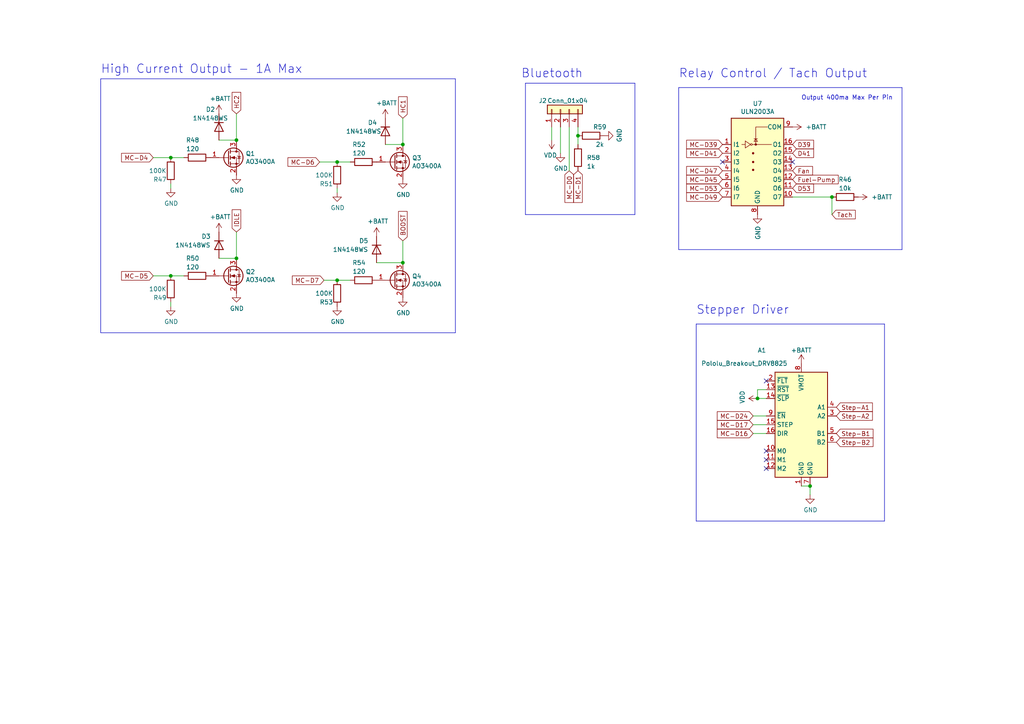
<source format=kicad_sch>
(kicad_sch (version 20230121) (generator eeschema)
  (paper "A4")
  (title_block (title "Pre-Ignition X4") (date "2022-10-1") (rev "MX4B-2") (company "DetonationEMS") (comment 1 "detonationems.com"))
  (lib_symbols
    (symbol "Connector_Generic:Conn_01x04" (pin_names (offset 1.016) hide)
      (property "Reference" "J" (at 0 5.08 0))
      (property "Value" "Conn_01x04" (at 0 -7.62 0))
      (symbol "Conn_01x04_1_1"
        (rectangle (start -1.27 -4.953) (end 0 -5.207) (stroke (width 0.1524)))
        (rectangle (start -1.27 -2.413) (end 0 -2.667) (stroke (width 0.1524)))
        (rectangle (start -1.27 0.127) (end 0 -0.127) (stroke (width 0.1524)))
        (rectangle (start -1.27 2.667) (end 0 2.413) (stroke (width 0.1524)))
        (rectangle (start -1.27 3.81) (end 1.27 -6.35) (stroke (width 0.254)) (fill (type background)))
        (pin passive line (at -5.08 2.54 0) (length 3.81) (name "Pin_1") (number "1"))
        (pin passive line (at -5.08 0 0) (length 3.81) (name "Pin_2") (number "2"))
        (pin passive line (at -5.08 -2.54 0) (length 3.81) (name "Pin_3") (number "3"))
        (pin passive line (at -5.08 -5.08 0) (length 3.81) (name "Pin_4") (number "4"))
      )
    )
    (symbol "Device:R" (pin_numbers hide) (pin_names (offset 0))
      (property "Reference" "R" (at 2.032 0 90))
      (property "Value" "R" (at 0 0 90))
      (symbol "R_0_1"
        (rectangle (start -1.016 -2.54) (end 1.016 2.54) (stroke (width 0.254)))
      )
      (symbol "R_1_1"
        (pin passive line (at 0 3.81 270) (length 1.27) (name "~") (number "1"))
        (pin passive line (at 0 -3.81 90) (length 1.27) (name "~") (number "2"))
      )
    )
    (symbol "Diode:1N4148WS" (pin_numbers hide) (pin_names (offset 1.016) hide)
      (property "Reference" "D" (at 0 2.54 0))
      (property "Value" "1N4148WS" (at 0 -2.54 0))
      (symbol "1N4148WS_0_1"
        (polyline (pts (xy -1.27 1.27) (xy -1.27 -1.27)) (stroke (width 0.254)))
        (polyline (pts (xy 1.27 0) (xy -1.27 0)))
        (polyline (pts (xy 1.27 1.27) (xy 1.27 -1.27) (xy -1.27 0) (xy 1.27 1.27)) (stroke (width 0.254)))
      )
      (symbol "1N4148WS_1_1"
        (pin passive line (at -3.81 0 0) (length 2.54) (name "K") (number "1"))
        (pin passive line (at 3.81 0 180) (length 2.54) (name "A") (number "2"))
      )
    )
    (symbol "Driver_Motor:Pololu_Breakout_DRV8825"
      (property "Reference" "A" (at -2.54 16.51 0))
      (property "Value" "Pololu_Breakout_DRV8825" (at -2.54 13.97 0))
      (symbol "Pololu_Breakout_DRV8825_0_1"
        (rectangle (start 7.62 -17.78) (end -7.62 12.7) (stroke (width 0.254)) (fill (type background)))
      )
      (symbol "Pololu_Breakout_DRV8825_1_1"
        (pin power_in line (at 0 -20.32 90) (length 2.54) (name "GND") (number "1"))
        (pin input line (at -10.16 -10.16 0) (length 2.54) (name "M0") (number "10"))
        (pin input line (at -10.16 -12.7 0) (length 2.54) (name "M1") (number "11"))
        (pin input line (at -10.16 -15.24 0) (length 2.54) (name "M2") (number "12"))
        (pin input line (at -10.16 7.62 0) (length 2.54) (name "~{RST}") (number "13"))
        (pin input line (at -10.16 5.08 0) (length 2.54) (name "~{SLP}") (number "14"))
        (pin input line (at -10.16 -2.54 0) (length 2.54) (name "STEP") (number "15"))
        (pin input line (at -10.16 -5.08 0) (length 2.54) (name "DIR") (number "16"))
        (pin output line (at -10.16 10.16 0) (length 2.54) (name "~{FLT}") (number "2"))
        (pin output line (at 10.16 0 180) (length 2.54) (name "A2") (number "3"))
        (pin output line (at 10.16 2.54 180) (length 2.54) (name "A1") (number "4"))
        (pin output line (at 10.16 -5.08 180) (length 2.54) (name "B1") (number "5"))
        (pin output line (at 10.16 -7.62 180) (length 2.54) (name "B2") (number "6"))
        (pin power_in line (at 2.54 -20.32 90) (length 2.54) (name "GND") (number "7"))
        (pin power_in line (at 0 15.24 270) (length 2.54) (name "VMOT") (number "8"))
        (pin input line (at -10.16 0 0) (length 2.54) (name "~{EN}") (number "9"))
      )
    )
    (symbol "Transistor_Array:ULN2003A"
      (property "Reference" "U" (at 0 15.875 0))
      (property "Value" "ULN2003A" (at 0 13.97 0))
      (symbol "ULN2003A_0_1"
        (rectangle (start -7.62 -12.7) (end 7.62 12.7) (stroke (width 0.254)) (fill (type background)))
        (circle (center -1.778 5.08) (radius 0.254))
        (circle (center -1.27 -2.286) (radius 0.254) (fill (type outline)))
        (circle (center -1.27 0) (radius 0.254) (fill (type outline)))
        (circle (center -1.27 2.54) (radius 0.254) (fill (type outline)))
        (circle (center -0.508 5.08) (radius 0.254) (fill (type outline)))
        (polyline (pts (xy -4.572 5.08) (xy -3.556 5.08)))
        (polyline (pts (xy -1.524 5.08) (xy 4.064 5.08)))
        (polyline (pts (xy 0 6.731) (xy -1.016 6.731)))
        (polyline (pts (xy -0.508 5.08) (xy -0.508 10.16) (xy 2.921 10.16)))
        (polyline (pts (xy -3.556 6.096) (xy -3.556 4.064) (xy -2.032 5.08) (xy -3.556 6.096)))
        (polyline (pts (xy 0 5.969) (xy -1.016 5.969) (xy -0.508 6.731) (xy 0 5.969)))
      )
      (symbol "ULN2003A_1_1"
        (pin input line (at -10.16 5.08 0) (length 2.54) (name "I1") (number "1"))
        (pin open_collector line (at 10.16 -10.16 180) (length 2.54) (name "O7") (number "10"))
        (pin open_collector line (at 10.16 -7.62 180) (length 2.54) (name "O6") (number "11"))
        (pin open_collector line (at 10.16 -5.08 180) (length 2.54) (name "O5") (number "12"))
        (pin open_collector line (at 10.16 -2.54 180) (length 2.54) (name "O4") (number "13"))
        (pin open_collector line (at 10.16 0 180) (length 2.54) (name "O3") (number "14"))
        (pin open_collector line (at 10.16 2.54 180) (length 2.54) (name "O2") (number "15"))
        (pin open_collector line (at 10.16 5.08 180) (length 2.54) (name "O1") (number "16"))
        (pin input line (at -10.16 2.54 0) (length 2.54) (name "I2") (number "2"))
        (pin input line (at -10.16 0 0) (length 2.54) (name "I3") (number "3"))
        (pin input line (at -10.16 -2.54 0) (length 2.54) (name "I4") (number "4"))
        (pin input line (at -10.16 -5.08 0) (length 2.54) (name "I5") (number "5"))
        (pin input line (at -10.16 -7.62 0) (length 2.54) (name "I6") (number "6"))
        (pin input line (at -10.16 -10.16 0) (length 2.54) (name "I7") (number "7"))
        (pin power_in line (at 0 -15.24 90) (length 2.54) (name "GND") (number "8"))
        (pin passive line (at 10.16 10.16 180) (length 2.54) (name "COM") (number "9"))
      )
    )
    (symbol "Transistor_FET:AO3400A" (pin_names hide)
      (property "Reference" "Q" (at 5.08 1.905 0))
      (property "Value" "AO3400A" (at 5.08 0 0))
      (symbol "AO3400A_0_1"
        (polyline (pts (xy 0.254 0) (xy -2.54 0)))
        (polyline (pts (xy 0.254 1.905) (xy 0.254 -1.905)) (stroke (width 0.254)))
        (polyline (pts (xy 0.762 -1.27) (xy 0.762 -2.286)) (stroke (width 0.254)))
        (polyline (pts (xy 0.762 0.508) (xy 0.762 -0.508)) (stroke (width 0.254)))
        (polyline (pts (xy 0.762 2.286) (xy 0.762 1.27)) (stroke (width 0.254)))
        (polyline (pts (xy 2.54 2.54) (xy 2.54 1.778)))
        (polyline (pts (xy 2.54 -2.54) (xy 2.54 0) (xy 0.762 0)))
        (polyline (pts (xy 0.762 -1.778) (xy 3.302 -1.778) (xy 3.302 1.778) (xy 0.762 1.778)))
        (polyline (pts (xy 1.016 0) (xy 2.032 0.381) (xy 2.032 -0.381) (xy 1.016 0)) (fill (type outline)))
        (polyline (pts (xy 2.794 0.508) (xy 2.921 0.381) (xy 3.683 0.381) (xy 3.81 0.254)))
        (polyline (pts (xy 3.302 0.381) (xy 2.921 -0.254) (xy 3.683 -0.254) (xy 3.302 0.381)))
        (circle (center 1.651 0) (radius 2.794) (stroke (width 0.254)))
        (circle (center 2.54 -1.778) (radius 0.254) (fill (type outline)))
        (circle (center 2.54 1.778) (radius 0.254) (fill (type outline)))
      )
      (symbol "AO3400A_1_1"
        (pin input line (at -5.08 0 0) (length 2.54) (name "G") (number "1"))
        (pin passive line (at 2.54 -5.08 90) (length 2.54) (name "S") (number "2"))
        (pin passive line (at 2.54 5.08 270) (length 2.54) (name "D") (number "3"))
      )
    )
    (symbol "power:+BATT" (power) (pin_names (offset 0))
      (property "Value" "+BATT" (at 0 3.556 0))
      (symbol "+BATT_0_1"
        (polyline (pts (xy -0.762 1.27) (xy 0 2.54)))
        (polyline (pts (xy 0 0) (xy 0 2.54)))
        (polyline (pts (xy 0 2.54) (xy 0.762 1.27)))
      )
      (symbol "+BATT_1_1"
        (pin power_in line (at 0 0 90) (length 0) hide (name "+BATT") (number "1"))
      )
    )
    (symbol "power:GND" (power) (pin_names (offset 0))
      (property "Value" "GND" (at 0 -3.81 0))
      (symbol "GND_0_1"
        (polyline (pts (xy 0 0) (xy 0 -1.27) (xy 1.27 -1.27) (xy 0 -2.54) (xy -1.27 -1.27) (xy 0 -1.27)))
      )
      (symbol "GND_1_1"
        (pin power_in line (at 0 0 270) (length 0) hide (name "GND") (number "1"))
      )
    )
    (symbol "power:VDD" (power) (pin_names (offset 0))
      (property "Value" "VDD" (at 0 3.81 0))
      (symbol "VDD_0_1"
        (polyline (pts (xy -0.762 1.27) (xy 0 2.54)))
        (polyline (pts (xy 0 0) (xy 0 2.54)))
        (polyline (pts (xy 0 2.54) (xy 0.762 1.27)))
      )
      (symbol "VDD_1_1"
        (pin power_in line (at 0 0 90) (length 0) hide (name "VDD") (number "1"))
      )
    )
  )
  (junction (at 97.79 46.99))
  (junction (at 68.58 40.64))
  (junction (at 97.79 81.28))
  (junction (at 167.64 39.37))
  (junction (at 116.84 76.2))
  (junction (at 116.84 41.91))
  (junction (at 49.53 45.72))
  (junction (at 49.53 80.01))
  (junction (at 68.58 74.93))
  (junction (at 241.3 57.15))
  (junction (at 234.95 140.97))
  (junction (at 219.71 115.57))
  (no_connect (at 229.87 46.99))
  (no_connect (at 222.25 130.81))
  (no_connect (at 222.25 133.35))
  (no_connect (at 209.55 46.99))
  (no_connect (at 222.25 110.49))
  (no_connect (at 222.25 135.89))
  (polyline (pts (xy 261.62 25.4) (xy 196.85 25.4)))
  (wire (pts (xy 167.64 41.91) (xy 167.64 39.37)))
  (wire (pts (xy 68.58 33.02) (xy 68.58 40.64)))
  (wire (pts (xy 162.56 36.83) (xy 162.56 44.45)))
  (polyline (pts (xy 152.4 24.13) (xy 152.4 62.23)))
  (wire (pts (xy 97.79 55.88) (xy 97.79 54.61)))
  (wire (pts (xy 63.5 40.64) (xy 68.58 40.64)))
  (wire (pts (xy 49.53 88.9) (xy 49.53 87.63)))
  (wire (pts (xy 116.84 69.85) (xy 116.84 76.2)))
  (polyline (pts (xy 184.15 24.13) (xy 152.4 24.13)))
  (wire (pts (xy 53.34 80.01) (xy 49.53 80.01)))
  (wire (pts (xy 222.25 123.19) (xy 218.44 123.19)))
  (wire (pts (xy 109.22 76.2) (xy 116.84 76.2)))
  (wire (pts (xy 53.34 45.72) (xy 49.53 45.72)))
  (polyline (pts (xy 256.54 93.98) (xy 201.93 93.98)))
  (wire (pts (xy 218.44 120.65) (xy 222.25 120.65)))
  (wire (pts (xy 97.79 46.99) (xy 92.71 46.99)))
  (polyline (pts (xy 132.08 22.86) (xy 132.08 96.52)))
  (wire (pts (xy 165.1 36.83) (xy 165.1 49.53)))
  (polyline (pts (xy 201.93 93.98) (xy 201.93 151.13)))
  (polyline (pts (xy 29.21 22.86) (xy 132.08 22.86)))
  (wire (pts (xy 222.25 113.03) (xy 219.71 113.03)))
  (wire (pts (xy 232.41 140.97) (xy 234.95 140.97)))
  (wire (pts (xy 234.95 140.97) (xy 234.95 143.51)))
  (wire (pts (xy 241.3 57.15) (xy 229.87 57.15)))
  (wire (pts (xy 49.53 80.01) (xy 44.45 80.01)))
  (wire (pts (xy 219.71 115.57) (xy 222.25 115.57)))
  (wire (pts (xy 49.53 54.61) (xy 49.53 53.34)))
  (polyline (pts (xy 256.54 151.13) (xy 256.54 93.98)))
  (wire (pts (xy 111.76 41.91) (xy 116.84 41.91)))
  (polyline (pts (xy 201.93 151.13) (xy 256.54 151.13)))
  (wire (pts (xy 97.79 81.28) (xy 93.98 81.28)))
  (wire (pts (xy 49.53 45.72) (xy 44.45 45.72)))
  (polyline (pts (xy 152.4 62.23) (xy 184.15 62.23)))
  (polyline (pts (xy 132.08 96.52) (xy 29.21 96.52)))
  (wire (pts (xy 160.02 36.83) (xy 160.02 40.64)))
  (wire (pts (xy 116.84 34.29) (xy 116.84 41.91)))
  (wire (pts (xy 218.44 125.73) (xy 222.25 125.73)))
  (polyline (pts (xy 196.85 25.4) (xy 196.85 72.39)))
  (polyline (pts (xy 196.85 72.39) (xy 261.62 72.39)))
  (wire (pts (xy 241.3 62.23) (xy 241.3 57.15)))
  (polyline (pts (xy 261.62 72.39) (xy 261.62 25.4)))
  (wire (pts (xy 219.71 113.03) (xy 219.71 115.57)))
  (wire (pts (xy 101.6 46.99) (xy 97.79 46.99)))
  (polyline (pts (xy 184.15 62.23) (xy 184.15 24.13)))
  (wire (pts (xy 101.6 81.28) (xy 97.79 81.28)))
  (wire (pts (xy 68.58 67.31) (xy 68.58 74.93)))
  (wire (pts (xy 167.64 39.37) (xy 167.64 36.83)))
  (polyline (pts (xy 29.21 96.52) (xy 29.21 22.86)))
  (wire (pts (xy 68.58 74.93) (xy 63.5 74.93)))
  (text "Bluetooth" (at 151.13 22.86 0) (effects (font (size 2.4892 2.4892)) (justify left bottom)))
  (text "High Current Output - 1A Max" (at 29.21 21.59 0) (effects (font (size 2.4892 2.4892)) (justify left bottom)))
  (text "Relay Control / Tach Output" (at 196.85 22.86 0) (effects (font (size 2.4892 2.4892)) (justify left bottom)))
  (text "Stepper Driver" (at 201.93 91.44 0) (effects (font (size 2.4892 2.4892)) (justify left bottom)))
  (text "Output 400ma Max Per Pin" (at 232.41 29.21 0) (effects (font (size 1.27 1.27)) (justify left bottom)))
  (global_label "Step-B1" (shape input) (at 242.57 125.73 0) (property "Intersheetrefs" "${INTERSHEET_REFS}" (effects hide)))
  (global_label "Step-A1" (shape input) (at 242.57 118.11 0) (property "Intersheetrefs" "${INTERSHEET_REFS}" (effects hide)))
  (global_label "MC-D47" (shape input) (at 209.55 49.53 180) (property "Intersheetrefs" "${INTERSHEET_REFS}" (effects hide)))
  (global_label "D53" (shape input) (at 229.87 54.61 0) (property "Intersheetrefs" "${INTERSHEET_REFS}" (effects hide)))
  (global_label "MC-D4" (shape input) (at 44.45 45.72 180) (property "Intersheetrefs" "${INTERSHEET_REFS}" (effects hide)))
  (global_label "MC-D53" (shape input) (at 209.55 54.61 180) (property "Intersheetrefs" "${INTERSHEET_REFS}" (effects hide)))
  (global_label "MC-D39" (shape input) (at 209.55 41.91 180) (property "Intersheetrefs" "${INTERSHEET_REFS}" (effects hide)))
  (global_label "MC-D16" (shape input) (at 218.44 125.73 180) (property "Intersheetrefs" "${INTERSHEET_REFS}" (effects hide)))
  (global_label "Step-B2" (shape input) (at 242.57 128.27 0) (property "Intersheetrefs" "${INTERSHEET_REFS}" (effects hide)))
  (global_label "MC-D17" (shape input) (at 218.44 123.19 180) (property "Intersheetrefs" "${INTERSHEET_REFS}" (effects hide)))
  (global_label "MC-D49" (shape input) (at 209.55 57.15 180) (property "Intersheetrefs" "${INTERSHEET_REFS}" (effects hide)))
  (global_label "MC-D5" (shape input) (at 44.45 80.01 180) (property "Intersheetrefs" "${INTERSHEET_REFS}" (effects hide)))
  (global_label "MC-D45" (shape input) (at 209.55 52.07 180) (property "Intersheetrefs" "${INTERSHEET_REFS}" (effects hide)))
  (global_label "Step-A2" (shape input) (at 242.57 120.65 0) (property "Intersheetrefs" "${INTERSHEET_REFS}" (effects hide)))
  (global_label "HC2" (shape input) (at 68.58 33.02 90) (property "Intersheetrefs" "${INTERSHEET_REFS}" (effects hide)))
  (global_label "Fan" (shape input) (at 229.87 49.53 0) (property "Intersheetrefs" "${INTERSHEET_REFS}" (effects hide)))
  (global_label "HC1" (shape input) (at 116.84 34.29 90) (property "Intersheetrefs" "${INTERSHEET_REFS}" (effects hide)))
  (global_label "IDLE" (shape input) (at 68.58 67.31 90) (property "Intersheetrefs" "${INTERSHEET_REFS}" (effects hide)))
  (global_label "MC-D0" (shape input) (at 165.1 49.53 270) (property "Intersheetrefs" "${INTERSHEET_REFS}" (effects hide)))
  (global_label "MC-D41" (shape input) (at 209.55 44.45 180) (property "Intersheetrefs" "${INTERSHEET_REFS}" (effects hide)))
  (global_label "BOOST" (shape input) (at 116.84 69.85 90) (property "Intersheetrefs" "${INTERSHEET_REFS}" (effects hide)))
  (global_label "D39" (shape input) (at 229.87 41.91 0) (property "Intersheetrefs" "${INTERSHEET_REFS}" (effects hide)))
  (global_label "D41" (shape input) (at 229.87 44.45 0) (property "Intersheetrefs" "${INTERSHEET_REFS}" (effects hide)))
  (global_label "Tach" (shape input) (at 241.3 62.23 0) (property "Intersheetrefs" "${INTERSHEET_REFS}" (effects hide)))
  (global_label "Fuel-Pump" (shape input) (at 229.87 52.07 0) (property "Intersheetrefs" "${INTERSHEET_REFS}" (effects hide)))
  (global_label "MC-D6" (shape input) (at 92.71 46.99 180) (property "Intersheetrefs" "${INTERSHEET_REFS}" (effects hide)))
  (global_label "MC-D1" (shape input) (at 167.64 49.53 270) (property "Intersheetrefs" "${INTERSHEET_REFS}" (effects hide)))
  (global_label "MC-D7" (shape input) (at 93.98 81.28 180) (property "Intersheetrefs" "${INTERSHEET_REFS}" (effects hide)))
  (global_label "MC-D24" (shape input) (at 218.44 120.65 180) (property "Intersheetrefs" "${INTERSHEET_REFS}" (effects hide)))
  (symbol (lib_id "Transistor_Array:ULN2003A") (at 219.71 46.99 0) (unit 1)
    (property "Reference" "U7" (at 219.71 30.0482 0))
    (property "Value" "ULN2003A" (at 219.71 32.3596 0))
    (property "Footprint" "Package_SO:SOIC-16_3.9x9.9mm_P1.27mm" (effects hide))
    (property "Datasheet" "http://www.ti.com/lit/ds/symlink/uln2003a.pdf" (effects hide))
    (property "JLC" "C7512 " (effects hide))
    (property "LCSC" "C7512 " (effects hide))
  )
  (symbol (lib_id "power:+BATT") (at 229.87 36.83 270) (unit 1)
    (property "Reference" "#PWR0143" (effects hide))
    (property "Value" "+BATT" (at 233.68 36.83 90) (effects (justify left)))
  )
  (symbol (lib_id "power:GND") (at 219.71 62.23 0) (unit 1)
    (property "Reference" "#PWR0144" (effects hide))
    (property "Value" "GND" (at 219.837 65.4812 90) (effects (justify right)))
  )
  (symbol (lib_id "power:VDD") (at 219.71 115.57 90) (unit 1)
    (property "Reference" "#PWR0161" (effects hide))
    (property "Value" "VDD" (at 215.3158 115.189 0))
  )
  (symbol (lib_id "Transistor_FET:AO3400A") (at 114.3 81.28 0) (unit 1)
    (property "Reference" "Q4" (at 119.507 80.1116 0) (effects (justify left)))
    (property "Value" "AO3400A" (at 119.507 82.423 0) (effects (justify left)))
    (property "Footprint" "Package_TO_SOT_SMD:SOT-23" (effects hide))
    (property "Datasheet" "http://www.aosmd.com/pdfs/datasheet/AO3400A.pdf" (effects hide))
    (property "JLC" "C20917" (effects hide))
    (property "LCSC" "C20917" (effects hide))
  )
  (symbol (lib_id "Diode:1N4148WS") (at 109.22 72.39 270) (unit 1)
    (property "Reference" "D5" (at 104.14 69.85 90) (effects (justify left)))
    (property "Value" "1N4148WS" (at 96.52 72.39 90) (effects (justify left)))
    (property "Footprint" "Diode_SMD:D_SOD-323F" (effects hide))
    (property "JLC" "C2128" (effects hide))
    (property "LCSC" "C2128" (effects hide))
  )
  (symbol (lib_id "power:GND") (at 97.79 88.9 0) (unit 1)
    (property "Reference" "#PWR032" (effects hide))
    (property "Value" "GND" (at 97.917 93.2942 0))
  )
  (symbol (lib_id "Device:R") (at 97.79 85.09 180) (unit 1)
    (property "Reference" "R53" (at 92.71 87.63 0) (effects (justify right)))
    (property "Value" "100K" (at 91.44 85.09 0) (effects (justify right)))
    (property "Footprint" "Resistor_SMD:R_0603_1608Metric" (effects hide))
    (property "LCSC" "C25803" (effects hide))
  )
  (symbol (lib_id "Device:R") (at 105.41 81.28 270) (unit 1)
    (property "Reference" "R54" (at 104.14 76.2 90))
    (property "Value" "120" (at 104.14 78.74 90))
    (property "Footprint" "Resistor_SMD:R_0603_1608Metric" (effects hide))
    (property "LCSC" "C22787" (effects hide))
  )
  (symbol (lib_id "power:GND") (at 116.84 86.36 0) (unit 1)
    (property "Reference" "#PWR034" (effects hide))
    (property "Value" "GND" (at 116.967 90.7542 0))
  )
  (symbol (lib_id "Diode:1N4148WS") (at 111.76 38.1 270) (unit 1)
    (property "Reference" "D4" (at 106.68 35.56 90) (effects (justify left)))
    (property "Value" "1N4148WS" (at 100.33 38.1 90) (effects (justify left)))
    (property "Footprint" "Diode_SMD:D_SOD-323F" (effects hide))
    (property "Datasheet" "https://www.vishay.com/docs/85751/1n4148ws.pdf" (effects hide))
    (property "JLC" "C2128" (effects hide))
    (property "LCSC" "C2128" (effects hide))
  )
  (symbol (lib_id "power:+BATT") (at 111.76 34.29 0) (unit 1)
    (property "Reference" "#PWR030" (effects hide))
    (property "Value" "+BATT" (at 112.141 29.8958 0))
  )
  (symbol (lib_id "Diode:1N4148WS") (at 63.5 36.83 270) (unit 1)
    (property "Reference" "D2" (at 59.69 31.75 90) (effects (justify left)))
    (property "Value" "1N4148WS" (at 55.88 34.29 90) (effects (justify left)))
    (property "Footprint" "Diode_SMD:D_SOD-323F" (effects hide))
    (property "Datasheet" "https://www.vishay.com/docs/85751/1n4148ws.pdf" (effects hide))
    (property "JLC" "C2128" (effects hide))
    (property "LCSC" "C2128" (effects hide))
  )
  (symbol (lib_id "power:+BATT") (at 63.5 33.02 0) (unit 1)
    (property "Reference" "#PWR03" (effects hide))
    (property "Value" "+BATT" (at 63.881 28.6258 0))
  )
  (symbol (lib_id "Diode:1N4148WS") (at 63.5 71.12 270) (unit 1)
    (property "Reference" "D3" (at 58.42 68.58 90) (effects (justify left)))
    (property "Value" "1N4148WS" (at 50.8 71.12 90) (effects (justify left)))
    (property "Footprint" "Diode_SMD:D_SOD-323F" (effects hide))
    (property "Datasheet" "https://www.vishay.com/docs/85751/1n4148ws.pdf" (effects hide))
    (property "JLC" "C2128" (effects hide))
    (property "LCSC" "C2128" (effects hide))
  )
  (symbol (lib_id "power:+BATT") (at 63.5 67.31 0) (unit 1)
    (property "Reference" "#PWR027" (effects hide))
    (property "Value" "+BATT" (at 63.881 62.9158 0))
  )
  (symbol (lib_id "power:+BATT") (at 109.22 68.58 0) (unit 1)
    (property "Reference" "#PWR033" (effects hide))
    (property "Value" "+BATT" (at 109.601 64.1858 0))
  )
  (symbol (lib_id "Transistor_FET:AO3400A") (at 114.3 46.99 0) (unit 1)
    (property "Reference" "Q3" (at 119.507 45.8216 0) (effects (justify left)))
    (property "Value" "AO3400A" (at 119.507 48.133 0) (effects (justify left)))
    (property "Footprint" "Package_TO_SOT_SMD:SOT-23" (effects hide))
    (property "Datasheet" "http://www.aosmd.com/pdfs/datasheet/AO3400A.pdf" (effects hide))
    (property "JLC" "C20917" (effects hide))
    (property "LCSC" "C20917" (effects hide))
  )
  (symbol (lib_id "power:GND") (at 97.79 55.88 0) (unit 1)
    (property "Reference" "#PWR029" (effects hide))
    (property "Value" "GND" (at 97.917 60.2742 0))
  )
  (symbol (lib_id "Device:R") (at 97.79 50.8 180) (unit 1)
    (property "Reference" "R51" (at 92.71 53.34 0) (effects (justify right)))
    (property "Value" "100K" (at 91.44 50.8 0) (effects (justify right)))
    (property "Footprint" "Resistor_SMD:R_0603_1608Metric" (effects hide))
    (property "LCSC" "C25803" (effects hide))
  )
  (symbol (lib_id "Device:R") (at 105.41 46.99 270) (unit 1)
    (property "Reference" "R52" (at 104.14 41.91 90))
    (property "Value" "120" (at 104.14 44.45 90))
    (property "Footprint" "Resistor_SMD:R_0603_1608Metric" (effects hide))
    (property "LCSC" "C22787" (effects hide))
  )
  (symbol (lib_id "power:GND") (at 116.84 52.07 0) (unit 1)
    (property "Reference" "#PWR031" (effects hide))
    (property "Value" "GND" (at 116.967 56.4642 0))
  )
  (symbol (lib_id "Transistor_FET:AO3400A") (at 66.04 45.72 0) (unit 1)
    (property "Reference" "Q1" (at 71.247 44.5516 0) (effects (justify left)))
    (property "Value" "AO3400A" (at 71.247 46.863 0) (effects (justify left)))
    (property "Footprint" "Package_TO_SOT_SMD:SOT-23" (effects hide))
    (property "Datasheet" "http://www.aosmd.com/pdfs/datasheet/AO3400A.pdf" (effects hide))
    (property "JLC" "C20917" (effects hide))
    (property "LCSC" "C20917" (effects hide))
  )
  (symbol (lib_id "power:GND") (at 49.53 54.61 0) (unit 1)
    (property "Reference" "#PWR02" (effects hide))
    (property "Value" "GND" (at 49.657 59.0042 0))
  )
  (symbol (lib_id "Device:R") (at 49.53 49.53 180) (unit 1)
    (property "Reference" "R47" (at 44.45 52.07 0) (effects (justify right)))
    (property "Value" "100K" (at 43.18 49.53 0) (effects (justify right)))
    (property "Footprint" "Resistor_SMD:R_0603_1608Metric" (effects hide))
    (property "LCSC" "C25803" (effects hide))
  )
  (symbol (lib_id "Device:R") (at 57.15 45.72 270) (unit 1)
    (property "Reference" "R48" (at 55.88 40.64 90))
    (property "Value" "120" (at 55.88 43.18 90))
    (property "Footprint" "Resistor_SMD:R_0603_1608Metric" (effects hide))
    (property "LCSC" "C22787" (effects hide))
  )
  (symbol (lib_id "power:GND") (at 68.58 50.8 0) (unit 1)
    (property "Reference" "#PWR025" (effects hide))
    (property "Value" "GND" (at 68.707 55.1942 0))
  )
  (symbol (lib_id "Transistor_FET:AO3400A") (at 66.04 80.01 0) (unit 1)
    (property "Reference" "Q2" (at 71.247 78.8416 0) (effects (justify left)))
    (property "Value" "AO3400A" (at 71.247 81.153 0) (effects (justify left)))
    (property "Footprint" "Package_TO_SOT_SMD:SOT-23" (effects hide))
    (property "Datasheet" "http://www.aosmd.com/pdfs/datasheet/AO3400A.pdf" (effects hide))
    (property "JLC" "C20917" (effects hide))
    (property "LCSC" "C20917" (effects hide))
  )
  (symbol (lib_id "power:GND") (at 49.53 88.9 0) (unit 1)
    (property "Reference" "#PWR026" (effects hide))
    (property "Value" "GND" (at 49.657 93.2942 0))
  )
  (symbol (lib_id "Device:R") (at 49.53 83.82 180) (unit 1)
    (property "Reference" "R49" (at 44.45 86.36 0) (effects (justify right)))
    (property "Value" "100K" (at 43.18 83.82 0) (effects (justify right)))
    (property "Footprint" "Resistor_SMD:R_0603_1608Metric" (effects hide))
    (property "LCSC" "C25803" (effects hide))
  )
  (symbol (lib_id "Device:R") (at 57.15 80.01 270) (unit 1)
    (property "Reference" "R50" (at 55.88 74.93 90))
    (property "Value" "120" (at 55.88 77.47 90))
    (property "Footprint" "Resistor_SMD:R_0603_1608Metric" (effects hide))
    (property "LCSC" "C22787" (effects hide))
  )
  (symbol (lib_id "power:GND") (at 68.58 85.09 0) (unit 1)
    (property "Reference" "#PWR028" (effects hide))
    (property "Value" "GND" (at 68.707 89.4842 0))
  )
  (symbol (lib_id "Connector_Generic:Conn_01x04") (at 162.56 31.75 90) (unit 1)
    (property "Reference" "J2" (at 156.21 29.21 90) (effects (justify right)))
    (property "Value" "Conn_01x04" (at 158.75 29.21 90) (effects (justify right)))
    (property "Footprint" "Detonation:1X4-PROTO" (effects hide))
  )
  (symbol (lib_id "power:GND") (at 162.56 44.45 0) (unit 1)
    (property "Reference" "#PWR0106" (effects hide))
    (property "Value" "GND" (at 162.687 48.8442 0))
  )
  (symbol (lib_id "power:VDD") (at 160.02 40.64 180) (unit 1)
    (property "Reference" "#PWR0108" (effects hide))
    (property "Value" "VDD" (at 159.639 45.0342 0))
  )
  (symbol (lib_id "Device:R") (at 167.64 45.72 0) (unit 1)
    (property "Reference" "R58" (at 170.18 45.72 0) (effects (justify left)))
    (property "Value" "1k" (at 170.18 48.26 0) (effects (justify left)))
    (property "Footprint" "Resistor_SMD:R_0603_1608Metric" (effects hide))
    (property "LCSC" "C21190" (effects hide))
  )
  (symbol (lib_id "Device:R") (at 171.45 39.37 270) (unit 1)
    (property "Reference" "R59" (at 173.99 36.83 90))
    (property "Value" "2k" (at 173.99 41.91 90))
    (property "Footprint" "Resistor_SMD:R_0603_1608Metric" (effects hide))
    (property "LCSC" "C22975" (effects hide))
  )
  (symbol (lib_id "power:GND") (at 175.26 39.37 90) (unit 1)
    (property "Reference" "#PWR0111" (effects hide))
    (property "Value" "GND" (at 179.6542 39.243 0))
  )
  (symbol (lib_id "Device:R") (at 245.11 57.15 90) (unit 1)
    (property "Reference" "R46" (at 245.11 52.07 90))
    (property "Value" "10k" (at 245.11 54.61 90))
    (property "Footprint" "Resistor_SMD:R_0603_1608Metric" (effects hide))
    (property "JLC" "C25804" (effects hide))
    (property "LCSC" "C25804" (effects hide))
  )
  (symbol (lib_id "power:+BATT") (at 248.92 57.15 270) (unit 1)
    (property "Reference" "#PWR0139" (effects hide))
    (property "Value" "+BATT" (at 252.73 57.15 90) (effects (justify left)))
  )
  (symbol (lib_id "Driver_Motor:Pololu_Breakout_DRV8825") (at 232.41 120.65 0) (unit 1)
    (property "Reference" "A1" (at 220.98 101.6 0))
    (property "Value" "Pololu_Breakout_DRV8825" (at 215.9 105.41 0))
    (property "Footprint" "Module:Pololu_Breakout-16_15.2x20.3mm" (effects hide))
    (property "Datasheet" "https://www.pololu.com/product/2982" (effects hide))
  )
  (symbol (lib_id "power:GND") (at 234.95 143.51 0) (unit 1)
    (property "Reference" "#PWR0141" (effects hide))
    (property "Value" "GND" (at 235.077 147.9042 0))
  )
  (symbol (lib_id "power:+BATT") (at 232.41 105.41 0) (unit 1)
    (property "Reference" "#PWR0142" (effects hide))
    (property "Value" "+BATT" (at 232.41 101.6 0))
  )
)
</source>
